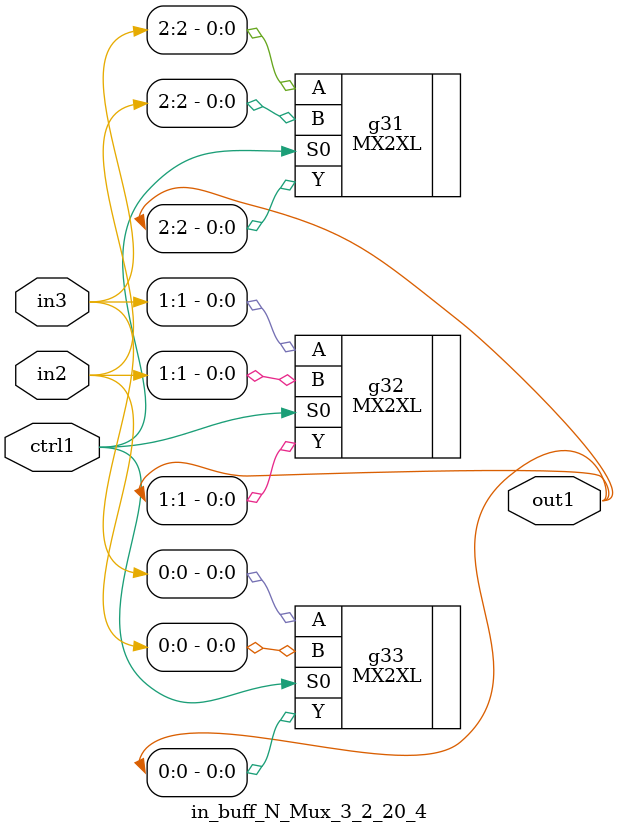
<source format=v>
`timescale 1ps / 1ps


module in_buff_N_Mux_3_2_20_4(in3, in2, ctrl1, out1);
  input [2:0] in3, in2;
  input ctrl1;
  output [2:0] out1;
  wire [2:0] in3, in2;
  wire ctrl1;
  wire [2:0] out1;
  MX2XL g31(.A (in3[2]), .B (in2[2]), .S0 (ctrl1), .Y (out1[2]));
  MX2XL g32(.A (in3[1]), .B (in2[1]), .S0 (ctrl1), .Y (out1[1]));
  MX2XL g33(.A (in3[0]), .B (in2[0]), .S0 (ctrl1), .Y (out1[0]));
endmodule



</source>
